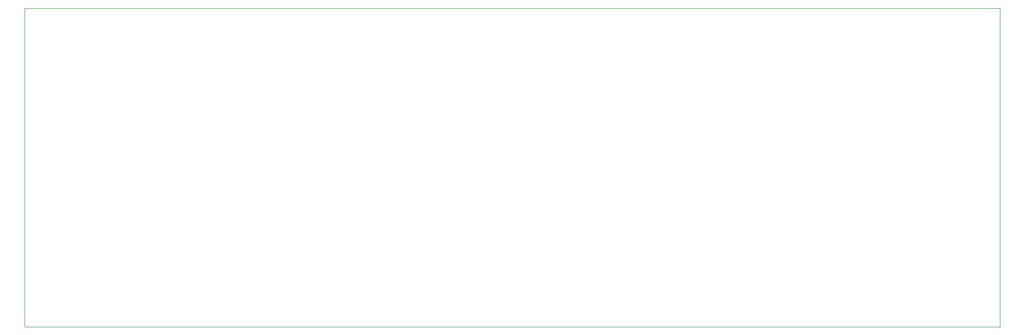
<source format=gbr>
G04*
G04 #@! TF.GenerationSoftware,Altium Limited,Altium Designer,25.5.2 (35)*
G04*
G04 Layer_Color=0*
%FSLAX44Y44*%
%MOMM*%
G71*
G04*
G04 #@! TF.SameCoordinates,F6FF292E-385D-4CED-94FC-DDC138C61579*
G04*
G04*
G04 #@! TF.FilePolarity,Positive*
G04*
G01*
G75*
%ADD161C,0.0254*%
D161*
X254000Y254000D02*
X1967738D01*
Y815848D01*
X254000D01*
Y254000D01*
M02*

</source>
